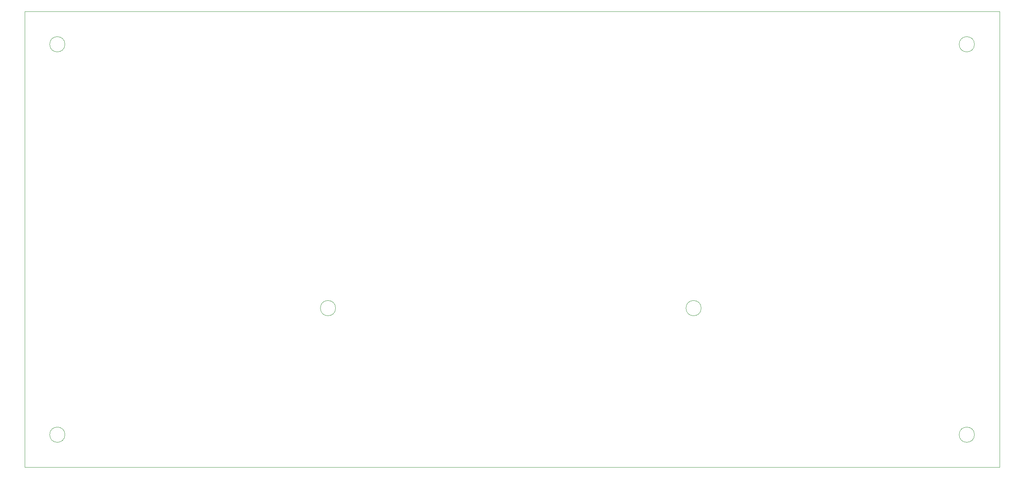
<source format=gbr>
%TF.GenerationSoftware,KiCad,Pcbnew,8.0.4*%
%TF.CreationDate,2024-08-13T10:53:45-04:00*%
%TF.ProjectId,Bus_Breakout,4275735f-4272-4656-916b-6f75742e6b69,rev?*%
%TF.SameCoordinates,Original*%
%TF.FileFunction,Profile,NP*%
%FSLAX46Y46*%
G04 Gerber Fmt 4.6, Leading zero omitted, Abs format (unit mm)*
G04 Created by KiCad (PCBNEW 8.0.4) date 2024-08-13 10:53:45*
%MOMM*%
%LPD*%
G01*
G04 APERTURE LIST*
%TA.AperFunction,Profile*%
%ADD10C,0.100000*%
%TD*%
G04 APERTURE END LIST*
D10*
X339791200Y-225622800D02*
G75*
G02*
X336291200Y-225622800I-1750000J0D01*
G01*
X336291200Y-225622800D02*
G75*
G02*
X339791200Y-225622800I1750000J0D01*
G01*
X193910200Y-165087200D02*
G75*
G02*
X190410200Y-165087200I-1750000J0D01*
G01*
X190410200Y-165087200D02*
G75*
G02*
X193910200Y-165087200I1750000J0D01*
G01*
X402430200Y-254657200D02*
G75*
G02*
X398930200Y-254657200I-1750000J0D01*
G01*
X398930200Y-254657200D02*
G75*
G02*
X402430200Y-254657200I1750000J0D01*
G01*
X255971200Y-225622800D02*
G75*
G02*
X252471200Y-225622800I-1750000J0D01*
G01*
X252471200Y-225622800D02*
G75*
G02*
X255971200Y-225622800I1750000J0D01*
G01*
X193910200Y-254657200D02*
G75*
G02*
X190410200Y-254657200I-1750000J0D01*
G01*
X190410200Y-254657200D02*
G75*
G02*
X193910200Y-254657200I1750000J0D01*
G01*
X402430200Y-165087200D02*
G75*
G02*
X398930200Y-165087200I-1750000J0D01*
G01*
X398930200Y-165087200D02*
G75*
G02*
X402430200Y-165087200I1750000J0D01*
G01*
X184660200Y-157587200D02*
X408180200Y-157587200D01*
X408180200Y-262157200D01*
X184660200Y-262157200D01*
X184660200Y-157587200D01*
M02*

</source>
